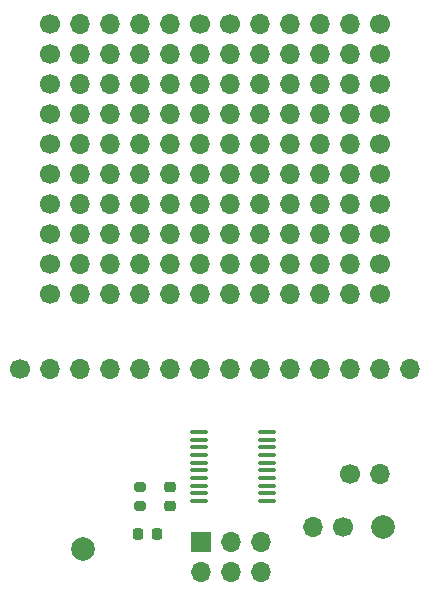
<source format=gbr>
%TF.GenerationSoftware,KiCad,Pcbnew,8.0.5*%
%TF.CreationDate,2024-09-21T17:09:33+02:00*%
%TF.ProjectId,sao_proto,73616f5f-7072-46f7-946f-2e6b69636164,rev?*%
%TF.SameCoordinates,Original*%
%TF.FileFunction,Soldermask,Top*%
%TF.FilePolarity,Negative*%
%FSLAX46Y46*%
G04 Gerber Fmt 4.6, Leading zero omitted, Abs format (unit mm)*
G04 Created by KiCad (PCBNEW 8.0.5) date 2024-09-21 17:09:33*
%MOMM*%
%LPD*%
G01*
G04 APERTURE LIST*
G04 Aperture macros list*
%AMRoundRect*
0 Rectangle with rounded corners*
0 $1 Rounding radius*
0 $2 $3 $4 $5 $6 $7 $8 $9 X,Y pos of 4 corners*
0 Add a 4 corners polygon primitive as box body*
4,1,4,$2,$3,$4,$5,$6,$7,$8,$9,$2,$3,0*
0 Add four circle primitives for the rounded corners*
1,1,$1+$1,$2,$3*
1,1,$1+$1,$4,$5*
1,1,$1+$1,$6,$7*
1,1,$1+$1,$8,$9*
0 Add four rect primitives between the rounded corners*
20,1,$1+$1,$2,$3,$4,$5,0*
20,1,$1+$1,$4,$5,$6,$7,0*
20,1,$1+$1,$6,$7,$8,$9,0*
20,1,$1+$1,$8,$9,$2,$3,0*%
G04 Aperture macros list end*
%ADD10C,2.000000*%
%ADD11RoundRect,0.225000X0.250000X-0.225000X0.250000X0.225000X-0.250000X0.225000X-0.250000X-0.225000X0*%
%ADD12C,1.700000*%
%ADD13O,1.700000X1.700000*%
%ADD14RoundRect,0.100000X-0.637500X-0.100000X0.637500X-0.100000X0.637500X0.100000X-0.637500X0.100000X0*%
%ADD15RoundRect,0.218750X-0.218750X-0.256250X0.218750X-0.256250X0.218750X0.256250X-0.218750X0.256250X0*%
%ADD16RoundRect,0.200000X0.275000X-0.200000X0.275000X0.200000X-0.275000X0.200000X-0.275000X-0.200000X0*%
%ADD17R,1.700000X1.700000*%
G04 APERTURE END LIST*
D10*
%TO.C,FID2*%
X157734000Y-120015000D03*
%TD*%
%TO.C,FID1*%
X132334000Y-121920000D03*
%TD*%
D11*
%TO.C,C1*%
X139700000Y-118250000D03*
X139700000Y-116700000D03*
%TD*%
D12*
%TO.C,REF\u002A\u002A*%
X144785000Y-77470000D03*
D13*
X144785000Y-80010000D03*
X144785000Y-82550000D03*
X144785000Y-85090000D03*
X144785000Y-87630000D03*
X144785000Y-90170000D03*
X144785000Y-92710000D03*
X144785000Y-95250000D03*
X144785000Y-97790000D03*
X144785000Y-100330000D03*
%TD*%
D12*
%TO.C,REF\u002A\u002A*%
X129545000Y-87630000D03*
D13*
X132085000Y-87630000D03*
X134625000Y-87630000D03*
X137165000Y-87630000D03*
X139705000Y-87630000D03*
%TD*%
D12*
%TO.C,REF\u002A\u002A*%
X157480000Y-90170000D03*
D13*
X154940000Y-90170000D03*
X152400000Y-90170000D03*
X149860000Y-90170000D03*
X147320000Y-90170000D03*
%TD*%
D12*
%TO.C,REF\u002A\u002A*%
X129545000Y-77470000D03*
D13*
X132085000Y-77470000D03*
X134625000Y-77470000D03*
X137165000Y-77470000D03*
X139705000Y-77470000D03*
%TD*%
D12*
%TO.C,REF\u002A\u002A*%
X157480000Y-77470000D03*
D13*
X154940000Y-77470000D03*
X152400000Y-77470000D03*
X149860000Y-77470000D03*
X147320000Y-77470000D03*
%TD*%
D12*
%TO.C,REF\u002A\u002A*%
X129545000Y-92710000D03*
D13*
X132085000Y-92710000D03*
X134625000Y-92710000D03*
X137165000Y-92710000D03*
X139705000Y-92710000D03*
%TD*%
D12*
%TO.C,J2*%
X154935000Y-115570000D03*
D13*
X157475000Y-115570000D03*
%TD*%
D12*
%TO.C,REF\u002A\u002A*%
X157480000Y-80010000D03*
D13*
X154940000Y-80010000D03*
X152400000Y-80010000D03*
X149860000Y-80010000D03*
X147320000Y-80010000D03*
%TD*%
D12*
%TO.C,REF\u002A\u002A*%
X129545000Y-80010000D03*
D13*
X132085000Y-80010000D03*
X134625000Y-80010000D03*
X137165000Y-80010000D03*
X139705000Y-80010000D03*
%TD*%
D12*
%TO.C,REF\u002A\u002A*%
X157480000Y-97790000D03*
D13*
X154940000Y-97790000D03*
X152400000Y-97790000D03*
X149860000Y-97790000D03*
X147320000Y-97790000D03*
%TD*%
D14*
%TO.C,U1*%
X142125000Y-112010000D03*
X142125000Y-112660000D03*
X142125000Y-113310000D03*
X142125000Y-113960000D03*
X142125000Y-114610000D03*
X142125000Y-115260000D03*
X142125000Y-115910000D03*
X142125000Y-116560000D03*
X142125000Y-117210000D03*
X142125000Y-117860000D03*
X147850000Y-117860000D03*
X147850000Y-117210000D03*
X147850000Y-116560000D03*
X147850000Y-115910000D03*
X147850000Y-115260000D03*
X147850000Y-114610000D03*
X147850000Y-113960000D03*
X147850000Y-113310000D03*
X147850000Y-112660000D03*
X147850000Y-112010000D03*
%TD*%
D15*
%TO.C,D1*%
X137007500Y-120650000D03*
X138582500Y-120650000D03*
%TD*%
D12*
%TO.C,REF\u002A\u002A*%
X129545000Y-100330000D03*
D13*
X132085000Y-100330000D03*
X134625000Y-100330000D03*
X137165000Y-100330000D03*
X139705000Y-100330000D03*
%TD*%
D12*
%TO.C,REF\u002A\u002A*%
X129545000Y-97790000D03*
D13*
X132085000Y-97790000D03*
X134625000Y-97790000D03*
X137165000Y-97790000D03*
X139705000Y-97790000D03*
%TD*%
D12*
%TO.C,REF\u002A\u002A*%
X157480000Y-87630000D03*
D13*
X154940000Y-87630000D03*
X152400000Y-87630000D03*
X149860000Y-87630000D03*
X147320000Y-87630000D03*
%TD*%
D12*
%TO.C,REF\u002A\u002A*%
X157480000Y-82550000D03*
D13*
X154940000Y-82550000D03*
X152400000Y-82550000D03*
X149860000Y-82550000D03*
X147320000Y-82550000D03*
%TD*%
D12*
%TO.C,REF\u002A\u002A*%
X129545000Y-95250000D03*
D13*
X132085000Y-95250000D03*
X134625000Y-95250000D03*
X137165000Y-95250000D03*
X139705000Y-95250000D03*
%TD*%
D12*
%TO.C,REF\u002A\u002A*%
X142245000Y-77470000D03*
D13*
X142245000Y-80010000D03*
X142245000Y-82550000D03*
X142245000Y-85090000D03*
X142245000Y-87630000D03*
X142245000Y-90170000D03*
X142245000Y-92710000D03*
X142245000Y-95250000D03*
X142245000Y-97790000D03*
X142245000Y-100330000D03*
%TD*%
D12*
%TO.C,REF\u002A\u002A*%
X157480000Y-95250000D03*
D13*
X154940000Y-95250000D03*
X152400000Y-95250000D03*
X149860000Y-95250000D03*
X147320000Y-95250000D03*
%TD*%
D12*
%TO.C,REF\u002A\u002A*%
X157480000Y-100330000D03*
D13*
X154940000Y-100330000D03*
X152400000Y-100330000D03*
X149860000Y-100330000D03*
X147320000Y-100330000D03*
%TD*%
D12*
%TO.C,J4*%
X127000000Y-106680000D03*
D13*
X129540000Y-106680000D03*
X132080000Y-106680000D03*
X134620000Y-106680000D03*
X137160000Y-106680000D03*
X139700000Y-106680000D03*
X142240000Y-106680000D03*
X144780000Y-106680000D03*
X147320000Y-106680000D03*
X149860000Y-106680000D03*
X152400000Y-106680000D03*
X154940000Y-106680000D03*
X157480000Y-106680000D03*
X160020000Y-106680000D03*
%TD*%
D12*
%TO.C,REF\u002A\u002A*%
X129545000Y-82550000D03*
D13*
X132085000Y-82550000D03*
X134625000Y-82550000D03*
X137165000Y-82550000D03*
X139705000Y-82550000D03*
%TD*%
D16*
%TO.C,R2*%
X137160000Y-118300000D03*
X137160000Y-116650000D03*
%TD*%
D12*
%TO.C,REF\u002A\u002A*%
X129545000Y-85090000D03*
D13*
X132085000Y-85090000D03*
X134625000Y-85090000D03*
X137165000Y-85090000D03*
X139705000Y-85090000D03*
%TD*%
D12*
%TO.C,REF\u002A\u002A*%
X157480000Y-85090000D03*
D13*
X154940000Y-85090000D03*
X152400000Y-85090000D03*
X149860000Y-85090000D03*
X147320000Y-85090000D03*
%TD*%
D12*
%TO.C,REF\u002A\u002A*%
X157480000Y-92710000D03*
D13*
X154940000Y-92710000D03*
X152400000Y-92710000D03*
X149860000Y-92710000D03*
X147320000Y-92710000D03*
%TD*%
D12*
%TO.C,J3*%
X154310000Y-120015000D03*
D13*
X151770000Y-120015000D03*
%TD*%
D12*
%TO.C,REF\u002A\u002A*%
X129545000Y-90170000D03*
D13*
X132085000Y-90170000D03*
X134625000Y-90170000D03*
X137165000Y-90170000D03*
X139705000Y-90170000D03*
%TD*%
D17*
%TO.C,J1*%
X142260000Y-121300000D03*
D13*
X142260000Y-123840000D03*
X144800000Y-121300000D03*
X144800000Y-123840000D03*
X147340000Y-121300000D03*
X147340000Y-123840000D03*
%TD*%
M02*

</source>
